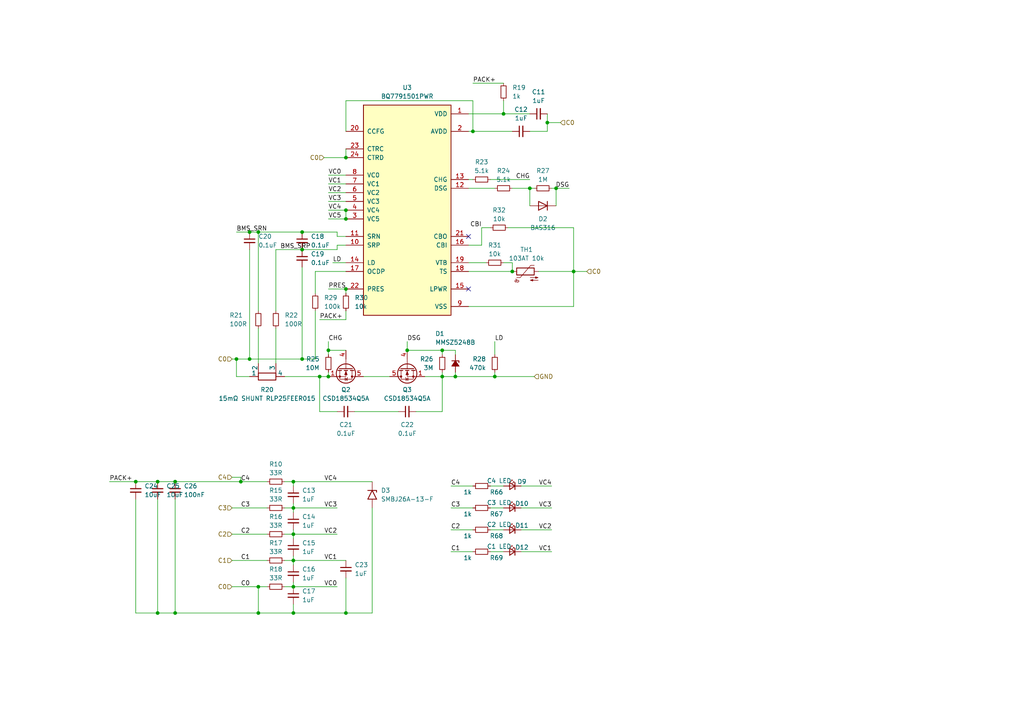
<source format=kicad_sch>
(kicad_sch (version 20250114) (generator "eeschema") (generator_version "9.0")
  (paper "A4")
  (lib_symbols
    (symbol "BQ77915:BQ7791501PWR" (pin_names (offset 1.016))
      (property "Reference" "U" (at -12.7 31.48 0))
      (property "Value" "BQ7791501PWR" (at -12.7 -33.02 0))
      (symbol "BQ7791501PWR_0_0"
        (rectangle (start -12.7 -30.48) (end 12.7 30.48) (stroke (width 0.254)) (fill (type background)))
        (pin input line (at -17.78 22.86 0) (length 5.08) (name "CCFG") (number "20"))
        (pin input line (at -17.78 17.78 0) (length 5.08) (name "CTRC") (number "23"))
        (pin input line (at -17.78 15.24 0) (length 5.08) (name "CTRD") (number "24"))
        (pin input line (at -17.78 10.16 0) (length 5.08) (name "VC0") (number "8"))
        (pin input line (at -17.78 7.62 0) (length 5.08) (name "VC1") (number "7"))
        (pin input line (at -17.78 5.08 0) (length 5.08) (name "VC2") (number "6"))
        (pin input line (at -17.78 2.54 0) (length 5.08) (name "VC3") (number "5"))
        (pin input line (at -17.78 0 0) (length 5.08) (name "VC4") (number "4"))
        (pin input line (at -17.78 -2.54 0) (length 5.08) (name "VC5") (number "3"))
        (pin input line (at -17.78 -7.62 0) (length 5.08) (name "SRN") (number "11"))
        (pin input line (at -17.78 -10.16 0) (length 5.08) (name "SRP") (number "10"))
        (pin input line (at -17.78 -15.24 0) (length 5.08) (name "LD") (number "14"))
        (pin input line (at -17.78 -17.78 0) (length 5.08) (name "OCDP") (number "17"))
        (pin input line (at -17.78 -22.86 0) (length 5.08) (name "PRES") (number "22"))
        (pin power_in line (at 17.78 27.94 180) (length 5.08) (name "VDD") (number "1"))
        (pin output line (at 17.78 22.86 180) (length 5.08) (name "AVDD") (number "2"))
        (pin output line (at 17.78 8.89 180) (length 5.08) (name "CHG") (number "13"))
        (pin output line (at 17.78 6.35 180) (length 5.08) (name "DSG") (number "12"))
        (pin output line (at 17.78 -7.62 180) (length 5.08) (name "CBO") (number "21"))
        (pin input line (at 17.78 -10.16 180) (length 5.08) (name "CBI") (number "16"))
        (pin output line (at 17.78 -15.24 180) (length 5.08) (name "VTB") (number "19"))
        (pin input line (at 17.78 -17.78 180) (length 5.08) (name "TS") (number "18"))
        (pin output line (at 17.78 -22.86 180) (length 5.08) (name "LPWR") (number "15"))
        (pin power_in line (at 17.78 -27.94 180) (length 5.08) (name "VSS") (number "9"))
      )
    )
    (symbol "Device:C_Small" (pin_numbers (hide yes)) (pin_names (offset 0.254) (hide yes))
      (property "Reference" "C" (at 0.254 1.778 0))
      (property "Value" "C_Small" (at 0.254 -2.032 0))
      (symbol "C_Small_0_1"
        (polyline (pts (xy -1.524 0.508) (xy 1.524 0.508)) (stroke (width 0.3048)))
        (polyline (pts (xy -1.524 -0.508) (xy 1.524 -0.508)) (stroke (width 0.3302)))
      )
      (symbol "C_Small_1_1"
        (pin passive line (at 0 2.54 270) (length 2.032) (name "~") (number "1"))
        (pin passive line (at 0 -2.54 90) (length 2.032) (name "~") (number "2"))
      )
    )
    (symbol "Device:D_Zener_Small_Filled" (pin_numbers (hide yes)) (pin_names (offset 0.254) (hide yes))
      (property "Reference" "D" (at 0 2.286 0))
      (property "Value" "D_Zener_Small_Filled" (at 0 -2.286 0))
      (symbol "D_Zener_Small_Filled_0_1"
        (polyline (pts (xy -0.254 1.016) (xy -0.762 1.016) (xy -0.762 -1.016)) (stroke (width 0.254)))
        (polyline (pts (xy 0.762 1.016) (xy -0.762 0) (xy 0.762 -1.016) (xy 0.762 1.016)) (stroke (width 0.254)) (fill (type outline)))
        (polyline (pts (xy 0.762 0) (xy -0.762 0)))
      )
      (symbol "D_Zener_Small_Filled_1_1"
        (pin passive line (at -2.54 0 0) (length 1.778) (name "K") (number "1"))
        (pin passive line (at 2.54 0 180) (length 1.778) (name "A") (number "2"))
      )
    )
    (symbol "Device:LED_Small" (pin_numbers (hide yes)) (pin_names (offset 0.254) (hide yes))
      (property "Reference" "D" (at -1.27 3.175 0))
      (property "Value" "LED_Small" (at -4.445 -2.54 0))
      (symbol "LED_Small_0_1"
        (polyline (pts (xy -0.762 -1.016) (xy -0.762 1.016)) (stroke (width 0.254)))
        (polyline (pts (xy 0 0.762) (xy -0.508 1.27) (xy -0.254 1.27) (xy -0.508 1.27) (xy -0.508 1.016)))
        (polyline (pts (xy 0.508 1.27) (xy 0 1.778) (xy 0.254 1.778) (xy 0 1.778) (xy 0 1.524)))
        (polyline (pts (xy 0.762 -1.016) (xy -0.762 0) (xy 0.762 1.016) (xy 0.762 -1.016)) (stroke (width 0.254)))
        (polyline (pts (xy 1.016 0) (xy -0.762 0)))
      )
      (symbol "LED_Small_1_1"
        (pin passive line (at -2.54 0 0) (length 1.778) (name "K") (number "1"))
        (pin passive line (at 2.54 0 180) (length 1.778) (name "A") (number "2"))
      )
    )
    (symbol "Device:R_Shunt" (pin_numbers (hide yes)) (pin_names (offset 0))
      (property "Reference" "R" (at -4.445 0 90))
      (property "Value" "R_Shunt" (at -2.54 0 90))
      (symbol "R_Shunt_0_1"
        (rectangle (start -1.016 -2.54) (end 1.016 2.54) (stroke (width 0.254)))
        (polyline (pts (xy 0 -2.54) (xy 1.27 -2.54)))
        (polyline (pts (xy 1.27 2.54) (xy 0 2.54)))
      )
      (symbol "R_Shunt_1_1"
        (pin passive line (at 0 5.08 270) (length 2.54) (name "1") (number "1"))
        (pin passive line (at 0 -5.08 90) (length 2.54) (name "4") (number "4"))
        (pin passive line (at 3.81 2.54 180) (length 2.54) (name "2") (number "2"))
        (pin passive line (at 3.81 -2.54 180) (length 2.54) (name "3") (number "3"))
      )
    )
    (symbol "Device:R_Small" (pin_numbers (hide yes)) (pin_names (offset 0.254) (hide yes))
      (property "Reference" "R" (at 0.762 0.508 0))
      (property "Value" "R_Small" (at 0.762 -1.016 0))
      (symbol "R_Small_0_1"
        (rectangle (start -0.762 1.778) (end 0.762 -1.778) (stroke (width 0.2032)))
      )
      (symbol "R_Small_1_1"
        (pin passive line (at 0 2.54 270) (length 0.762) (name "~") (number "1"))
        (pin passive line (at 0 -2.54 90) (length 0.762) (name "~") (number "2"))
      )
    )
    (symbol "Device:Thermistor_NTC" (pin_numbers (hide yes)) (pin_names (offset 0))
      (property "Reference" "TH" (at -4.445 0 90))
      (property "Value" "Thermistor_NTC" (at 3.175 0 90))
      (symbol "Thermistor_NTC_0_1"
        (arc (start -3.175 2.413) (mid -3.0506 2.3165) (end -3.048 2.159))
        (arc (start -3.048 2.794) (mid -2.9736 2.9736) (end -2.794 3.048))
        (arc (start -2.794 3.048) (mid -2.6144 2.9736) (end -2.54 2.794))
        (arc (start -2.794 2.54) (mid -2.9736 2.6144) (end -3.048 2.794))
        (arc (start -2.794 1.905) (mid -2.9736 1.9794) (end -3.048 2.159))
        (arc (start -2.54 2.159) (mid -2.6144 1.9794) (end -2.794 1.905))
        (arc (start -2.159 2.794) (mid -2.434 2.5608) (end -2.794 2.54))
        (polyline (pts (xy -2.54 2.159) (xy -2.54 2.794)))
        (polyline (pts (xy -2.54 -3.683) (xy -2.54 -1.397) (xy -2.794 -2.159) (xy -2.286 -2.159) (xy -2.54 -1.397) (xy -2.54 -1.651)) (fill (type outline)))
        (polyline (pts (xy -1.778 2.54) (xy -1.778 1.524) (xy 1.778 -1.524) (xy 1.778 -2.54)))
        (polyline (pts (xy -1.778 -1.397) (xy -1.778 -3.683) (xy -2.032 -2.921) (xy -1.524 -2.921) (xy -1.778 -3.683) (xy -1.778 -3.429)) (fill (type outline)))
        (rectangle (start -1.016 2.54) (end 1.016 -2.54) (stroke (width 0.254)))
      )
      (symbol "Thermistor_NTC_1_1"
        (pin passive line (at 0 3.81 270) (length 1.27) (name "~") (number "1"))
        (pin passive line (at 0 -3.81 90) (length 1.27) (name "~") (number "2"))
      )
    )
    (symbol "Diode:BAS316" (pin_numbers (hide yes)) (pin_names (hide yes))
      (property "Reference" "D" (at 0 2.54 0))
      (property "Value" "BAS316" (at 0 -2.54 0))
      (symbol "BAS316_0_1"
        (polyline (pts (xy -1.27 1.27) (xy -1.27 -1.27)) (stroke (width 0.254)))
        (polyline (pts (xy 1.27 1.27) (xy 1.27 -1.27) (xy -1.27 0) (xy 1.27 1.27)) (stroke (width 0.254)))
        (polyline (pts (xy 1.27 0) (xy -1.27 0)))
      )
      (symbol "BAS316_1_1"
        (pin passive line (at -3.81 0 0) (length 2.54) (name "K") (number "1"))
        (pin passive line (at 3.81 0 180) (length 2.54) (name "A") (number "2"))
      )
    )
    (symbol "Diode:SMAJ26A" (pin_numbers (hide yes)) (pin_names (offset 1.016) (hide yes))
      (property "Reference" "D" (at 0 2.54 0))
      (property "Value" "SMAJ26A" (at 0 -2.54 0))
      (symbol "SMAJ26A_0_1"
        (polyline (pts (xy -0.762 1.27) (xy -1.27 1.27) (xy -1.27 -1.27)) (stroke (width 0.254)))
        (polyline (pts (xy 1.27 1.27) (xy 1.27 -1.27) (xy -1.27 0) (xy 1.27 1.27)) (stroke (width 0.254)))
      )
      (symbol "SMAJ26A_1_1"
        (pin passive line (at -3.81 0 0) (length 2.54) (name "A1") (number "1"))
        (pin passive line (at 3.81 0 180) (length 2.54) (name "A2") (number "2"))
      )
    )
    (symbol "Transistor_FET:CSD18534Q5A" (pin_names (hide yes))
      (property "Reference" "Q" (at 5.08 1.905 0))
      (property "Value" "CSD18534Q5A" (at 5.08 0 0))
      (symbol "CSD18534Q5A_0_1"
        (polyline (pts (xy 0.254 1.905) (xy 0.254 -1.905)) (stroke (width 0.254)))
        (polyline (pts (xy 0.254 0) (xy -2.54 0)))
        (polyline (pts (xy 0.762 2.286) (xy 0.762 1.27)) (stroke (width 0.254)))
        (polyline (pts (xy 0.762 0.508) (xy 0.762 -0.508)) (stroke (width 0.254)))
        (polyline (pts (xy 0.762 -1.27) (xy 0.762 -2.286)) (stroke (width 0.254)))
        (polyline (pts (xy 0.762 -1.778) (xy 3.302 -1.778) (xy 3.302 1.778) (xy 0.762 1.778)))
        (polyline (pts (xy 1.016 0) (xy 2.032 0.381) (xy 2.032 -0.381) (xy 1.016 0)) (fill (type outline)))
        (circle (center 1.651 0) (radius 2.794) (stroke (width 0.254)))
        (polyline (pts (xy 2.54 2.54) (xy 2.54 1.778)))
        (circle (center 2.54 1.778) (radius 0.254) (fill (type outline)))
        (circle (center 2.54 -1.778) (radius 0.254) (fill (type outline)))
        (polyline (pts (xy 2.54 -2.54) (xy 2.54 0) (xy 0.762 0)))
        (polyline (pts (xy 2.794 0.508) (xy 2.921 0.381) (xy 3.683 0.381) (xy 3.81 0.254)))
        (polyline (pts (xy 3.302 0.381) (xy 2.921 -0.254) (xy 3.683 -0.254) (xy 3.302 0.381)))
      )
      (symbol "CSD18534Q5A_1_1"
        (pin passive line (at -5.08 0 0) (length 2.54) (name "G") (number "4"))
        (pin passive line (at 2.54 5.08 270) (length 2.54) (name "D") (number "5"))
        (pin passive line (at 2.54 -5.08 90) (length 2.54) (name "S") (number "1"))
        (pin passive line (at 2.54 -5.08 90) (length 2.54) (hide yes) (name "S") (number "2"))
        (pin passive line (at 2.54 -5.08 90) (length 2.54) (hide yes) (name "S") (number "3"))
      )
    )
  )
  (junction (at 161.29 54.61))
  (junction (at 100.33 177.8))
  (junction (at 95.25 109.22))
  (junction (at 100.33 45.72))
  (junction (at 74.93 67.31))
  (junction (at 153.67 54.61))
  (junction (at 50.8 139.7))
  (junction (at 45.72 139.7))
  (junction (at 85.09 147.32))
  (junction (at 72.39 67.31))
  (junction (at 148.59 78.74))
  (junction (at 72.39 104.14))
  (junction (at 158.75 35.56))
  (junction (at 137.16 38.1))
  (junction (at 68.58 104.14))
  (junction (at 132.08 109.22))
  (junction (at 128.27 101.6))
  (junction (at 118.11 101.6))
  (junction (at 143.51 109.22))
  (junction (at 146.05 33.02))
  (junction (at 39.37 139.7))
  (junction (at 74.93 170.18))
  (junction (at 128.27 109.22))
  (junction (at 100.33 60.96))
  (junction (at 166.37 78.74))
  (junction (at 85.09 154.94))
  (junction (at 87.63 72.39))
  (junction (at 50.8 177.8))
  (junction (at 100.33 63.5))
  (junction (at 92.71 109.22))
  (junction (at 87.63 104.14))
  (junction (at 87.63 67.31))
  (junction (at 85.09 177.8))
  (junction (at 69.85 139.7))
  (junction (at 45.72 177.8))
  (junction (at 85.09 139.7))
  (junction (at 100.33 83.82))
  (junction (at 85.09 170.18))
  (junction (at 85.09 162.56))
  (junction (at 95.25 101.6))
  (junction (at 74.93 177.8))
  (no_connect (at 135.89 68.58))
  (no_connect (at 135.89 83.82))
  (wire (pts (xy 95.25 60.96) (xy 100.33 60.96)))
  (wire (pts (xy 148.59 54.61) (xy 153.67 54.61)))
  (wire (pts (xy 80.01 95.25) (xy 80.01 105.41)))
  (wire (pts (xy 153.67 38.1) (xy 158.75 38.1)))
  (wire (pts (xy 67.31 138.43) (xy 69.85 138.43)))
  (wire (pts (xy 85.09 146.05) (xy 85.09 147.32)))
  (wire (pts (xy 146.05 147.32) (xy 142.24 147.32)))
  (wire (pts (xy 67.31 147.32) (xy 77.47 147.32)))
  (wire (pts (xy 100.33 29.21) (xy 137.16 29.21)))
  (wire (pts (xy 95.25 107.95) (xy 95.25 109.22)))
  (wire (pts (xy 132.08 101.6) (xy 132.08 102.87)))
  (wire (pts (xy 137.16 140.97) (xy 130.81 140.97)))
  (wire (pts (xy 100.33 29.21) (xy 100.33 38.1)))
  (wire (pts (xy 67.31 162.56) (xy 77.47 162.56)))
  (wire (pts (xy 166.37 88.9) (xy 166.37 78.74)))
  (wire (pts (xy 85.09 170.18) (xy 82.55 170.18)))
  (wire (pts (xy 82.55 139.7) (xy 85.09 139.7)))
  (wire (pts (xy 68.58 104.14) (xy 68.58 109.22)))
  (wire (pts (xy 118.11 99.06) (xy 118.11 101.6)))
  (wire (pts (xy 85.09 139.7) (xy 85.09 140.97)))
  (wire (pts (xy 39.37 177.8) (xy 45.72 177.8)))
  (wire (pts (xy 147.32 66.04) (xy 166.37 66.04)))
  (wire (pts (xy 67.31 154.94) (xy 77.47 154.94)))
  (wire (pts (xy 85.09 153.67) (xy 85.09 154.94)))
  (wire (pts (xy 95.25 101.6) (xy 95.25 102.87)))
  (wire (pts (xy 68.58 104.14) (xy 72.39 104.14)))
  (wire (pts (xy 72.39 104.14) (xy 87.63 104.14)))
  (wire (pts (xy 118.11 101.6) (xy 128.27 101.6)))
  (wire (pts (xy 146.05 33.02) (xy 153.67 33.02)))
  (wire (pts (xy 95.25 101.6) (xy 100.33 101.6)))
  (wire (pts (xy 80.01 72.39) (xy 87.63 72.39)))
  (wire (pts (xy 160.02 153.67) (xy 151.13 153.67)))
  (wire (pts (xy 166.37 78.74) (xy 170.18 78.74)))
  (wire (pts (xy 137.16 29.21) (xy 137.16 38.1)))
  (wire (pts (xy 105.41 109.22) (xy 113.03 109.22)))
  (wire (pts (xy 31.75 139.7) (xy 39.37 139.7)))
  (wire (pts (xy 72.39 67.31) (xy 74.93 67.31)))
  (wire (pts (xy 132.08 109.22) (xy 143.51 109.22)))
  (wire (pts (xy 92.71 92.71) (xy 100.33 92.71)))
  (wire (pts (xy 85.09 162.56) (xy 85.09 163.83)))
  (wire (pts (xy 128.27 109.22) (xy 132.08 109.22)))
  (wire (pts (xy 161.29 54.61) (xy 165.1 54.61)))
  (wire (pts (xy 87.63 72.39) (xy 97.79 72.39)))
  (wire (pts (xy 137.16 160.02) (xy 130.81 160.02)))
  (wire (pts (xy 146.05 140.97) (xy 142.24 140.97)))
  (wire (pts (xy 85.09 177.8) (xy 100.33 177.8)))
  (wire (pts (xy 82.55 109.22) (xy 92.71 109.22)))
  (wire (pts (xy 69.85 138.43) (xy 69.85 139.7)))
  (wire (pts (xy 137.16 24.13) (xy 146.05 24.13)))
  (wire (pts (xy 85.09 154.94) (xy 97.79 154.94)))
  (wire (pts (xy 100.33 83.82) (xy 100.33 85.09)))
  (wire (pts (xy 95.25 50.8) (xy 100.33 50.8)))
  (wire (pts (xy 128.27 109.22) (xy 128.27 119.38)))
  (wire (pts (xy 87.63 77.47) (xy 87.63 104.14)))
  (wire (pts (xy 95.25 83.82) (xy 100.33 83.82)))
  (wire (pts (xy 85.09 154.94) (xy 82.55 154.94)))
  (wire (pts (xy 137.16 52.07) (xy 135.89 52.07)))
  (wire (pts (xy 135.89 38.1) (xy 137.16 38.1)))
  (wire (pts (xy 123.19 109.22) (xy 128.27 109.22)))
  (wire (pts (xy 95.25 63.5) (xy 100.33 63.5)))
  (wire (pts (xy 91.44 90.17) (xy 91.44 104.14)))
  (wire (pts (xy 135.89 88.9) (xy 166.37 88.9)))
  (wire (pts (xy 69.85 139.7) (xy 77.47 139.7)))
  (wire (pts (xy 45.72 139.7) (xy 39.37 139.7)))
  (wire (pts (xy 137.16 38.1) (xy 148.59 38.1)))
  (wire (pts (xy 68.58 67.31) (xy 72.39 67.31)))
  (wire (pts (xy 143.51 102.87) (xy 143.51 99.06)))
  (wire (pts (xy 160.02 147.32) (xy 151.13 147.32)))
  (wire (pts (xy 96.52 76.2) (xy 100.33 76.2)))
  (wire (pts (xy 146.05 160.02) (xy 142.24 160.02)))
  (wire (pts (xy 74.93 67.31) (xy 87.63 67.31)))
  (wire (pts (xy 85.09 170.18) (xy 97.79 170.18)))
  (wire (pts (xy 166.37 66.04) (xy 166.37 78.74)))
  (wire (pts (xy 160.02 160.02) (xy 151.13 160.02)))
  (wire (pts (xy 128.27 102.87) (xy 128.27 101.6)))
  (wire (pts (xy 97.79 71.12) (xy 100.33 71.12)))
  (wire (pts (xy 87.63 67.31) (xy 97.79 67.31)))
  (wire (pts (xy 137.16 147.32) (xy 130.81 147.32)))
  (wire (pts (xy 85.09 177.8) (xy 85.09 175.26)))
  (wire (pts (xy 158.75 35.56) (xy 162.56 35.56)))
  (wire (pts (xy 74.93 170.18) (xy 77.47 170.18)))
  (wire (pts (xy 102.87 119.38) (xy 115.57 119.38)))
  (wire (pts (xy 143.51 107.95) (xy 143.51 109.22)))
  (wire (pts (xy 74.93 170.18) (xy 74.93 177.8)))
  (wire (pts (xy 135.89 78.74) (xy 148.59 78.74)))
  (wire (pts (xy 142.24 52.07) (xy 153.67 52.07)))
  (wire (pts (xy 72.39 72.39) (xy 72.39 104.14)))
  (wire (pts (xy 161.29 54.61) (xy 161.29 59.69)))
  (wire (pts (xy 91.44 78.74) (xy 91.44 85.09)))
  (wire (pts (xy 156.21 78.74) (xy 166.37 78.74)))
  (wire (pts (xy 85.09 147.32) (xy 85.09 148.59)))
  (wire (pts (xy 148.59 76.2) (xy 146.05 76.2)))
  (wire (pts (xy 100.33 92.71) (xy 100.33 90.17)))
  (wire (pts (xy 93.98 45.72) (xy 100.33 45.72)))
  (wire (pts (xy 85.09 168.91) (xy 85.09 170.18)))
  (wire (pts (xy 45.72 177.8) (xy 50.8 177.8)))
  (wire (pts (xy 158.75 33.02) (xy 158.75 35.56)))
  (wire (pts (xy 132.08 107.95) (xy 132.08 109.22)))
  (wire (pts (xy 139.7 66.04) (xy 139.7 71.12)))
  (wire (pts (xy 85.09 147.32) (xy 97.79 147.32)))
  (wire (pts (xy 140.97 76.2) (xy 135.89 76.2)))
  (wire (pts (xy 92.71 109.22) (xy 95.25 109.22)))
  (wire (pts (xy 95.25 53.34) (xy 100.33 53.34)))
  (wire (pts (xy 135.89 54.61) (xy 143.51 54.61)))
  (wire (pts (xy 85.09 154.94) (xy 85.09 156.21)))
  (wire (pts (xy 148.59 76.2) (xy 148.59 78.74)))
  (wire (pts (xy 82.55 162.56) (xy 85.09 162.56)))
  (wire (pts (xy 160.02 140.97) (xy 151.13 140.97)))
  (wire (pts (xy 146.05 29.21) (xy 146.05 33.02)))
  (wire (pts (xy 120.65 119.38) (xy 128.27 119.38)))
  (wire (pts (xy 146.05 33.02) (xy 135.89 33.02)))
  (wire (pts (xy 128.27 107.95) (xy 128.27 109.22)))
  (wire (pts (xy 50.8 139.7) (xy 69.85 139.7)))
  (wire (pts (xy 50.8 139.7) (xy 45.72 139.7)))
  (wire (pts (xy 95.25 99.06) (xy 95.25 101.6)))
  (wire (pts (xy 97.79 68.58) (xy 100.33 68.58)))
  (wire (pts (xy 85.09 147.32) (xy 82.55 147.32)))
  (wire (pts (xy 68.58 109.22) (xy 72.39 109.22)))
  (wire (pts (xy 153.67 54.61) (xy 153.67 59.69)))
  (wire (pts (xy 139.7 66.04) (xy 142.24 66.04)))
  (wire (pts (xy 45.72 144.78) (xy 45.72 177.8)))
  (wire (pts (xy 160.02 54.61) (xy 161.29 54.61)))
  (wire (pts (xy 153.67 54.61) (xy 154.94 54.61)))
  (wire (pts (xy 85.09 162.56) (xy 100.33 162.56)))
  (wire (pts (xy 67.31 104.14) (xy 68.58 104.14)))
  (wire (pts (xy 146.05 153.67) (xy 142.24 153.67)))
  (wire (pts (xy 80.01 72.39) (xy 80.01 90.17)))
  (wire (pts (xy 91.44 78.74) (xy 100.33 78.74)))
  (wire (pts (xy 107.95 177.8) (xy 100.33 177.8)))
  (wire (pts (xy 74.93 67.31) (xy 74.93 90.17)))
  (wire (pts (xy 97.79 72.39) (xy 97.79 71.12)))
  (wire (pts (xy 100.33 60.96) (xy 100.33 63.5)))
  (wire (pts (xy 128.27 101.6) (xy 132.08 101.6)))
  (wire (pts (xy 50.8 177.8) (xy 50.8 144.78)))
  (wire (pts (xy 135.89 71.12) (xy 139.7 71.12)))
  (wire (pts (xy 143.51 109.22) (xy 154.94 109.22)))
  (wire (pts (xy 39.37 177.8) (xy 39.37 144.78)))
  (wire (pts (xy 85.09 139.7) (xy 107.95 139.7)))
  (wire (pts (xy 74.93 95.25) (xy 74.93 105.41)))
  (wire (pts (xy 92.71 109.22) (xy 92.71 119.38)))
  (wire (pts (xy 67.31 170.18) (xy 74.93 170.18)))
  (wire (pts (xy 100.33 45.72) (xy 100.33 43.18)))
  (wire (pts (xy 95.25 58.42) (xy 100.33 58.42)))
  (wire (pts (xy 50.8 177.8) (xy 74.93 177.8)))
  (wire (pts (xy 85.09 161.29) (xy 85.09 162.56)))
  (wire (pts (xy 97.79 67.31) (xy 97.79 68.58)))
  (wire (pts (xy 107.95 147.32) (xy 107.95 177.8)))
  (wire (pts (xy 100.33 167.64) (xy 100.33 177.8)))
  (wire (pts (xy 158.75 35.56) (xy 158.75 38.1)))
  (wire (pts (xy 92.71 119.38) (xy 97.79 119.38)))
  (wire (pts (xy 95.25 55.88) (xy 100.33 55.88)))
  (wire (pts (xy 87.63 104.14) (xy 91.44 104.14)))
  (wire (pts (xy 137.16 153.67) (xy 130.81 153.67)))
  (wire (pts (xy 74.93 177.8) (xy 85.09 177.8)))
  (label "CBI" (at 139.7 66.04 180))
  (label "BMS_SRN" (at 68.58 67.31 0))
  (label "DSG" (at 165.1 54.61 180))
  (label "C2" (at 69.85 154.94 0))
  (label "C0" (at 69.85 170.18 0))
  (label "VC4" (at 97.79 139.7 180))
  (label "PACK+" (at 137.16 24.13 0))
  (label "VC4" (at 95.25 60.96 0))
  (label "VC2" (at 97.79 154.94 180))
  (label "DSG" (at 118.11 99.06 0))
  (label "VC2" (at 160.02 153.67 180))
  (label "C3" (at 69.85 147.32 0))
  (label "C2" (at 130.81 153.67 0))
  (label "VC5" (at 95.25 63.5 0))
  (label "VC1" (at 97.79 162.56 180))
  (label "VC2" (at 95.25 55.88 0))
  (label "CHG" (at 95.25 99.06 0))
  (label "C4" (at 130.81 140.97 0))
  (label "VC1" (at 95.25 53.34 0))
  (label "VC3" (at 97.79 147.32 180))
  (label "VC0" (at 97.79 170.18 180))
  (label "VC4" (at 160.02 140.97 180))
  (label "VC1" (at 160.02 160.02 180))
  (label "PRES" (at 95.25 83.82 0))
  (label "PACK+" (at 31.75 139.7 0))
  (label "PACK+" (at 92.71 92.71 0))
  (label "C4" (at 69.85 139.7 0))
  (label "VC3" (at 95.25 58.42 0))
  (label "BMS_SRP" (at 81.28 72.39 0))
  (label "CHG" (at 153.67 52.07 180))
  (label "LD" (at 143.51 99.06 0))
  (label "C3" (at 130.81 147.32 0))
  (label "LD" (at 96.52 76.2 0))
  (label "C1" (at 69.85 162.56 0))
  (label "C1" (at 130.81 160.02 0))
  (label "VC0" (at 95.25 50.8 0))
  (label "VC3" (at 160.02 147.32 180))
  (hierarchical_label "C1" (shape input) (at 67.31 162.56 180))
  (hierarchical_label "C3" (shape input) (at 67.31 147.32 180))
  (hierarchical_label "C0" (shape input) (at 67.31 170.18 180))
  (hierarchical_label "C0" (shape input) (at 67.31 104.14 180))
  (hierarchical_label "C0" (shape input) (at 170.18 78.74 0))
  (hierarchical_label "C2" (shape input) (at 67.31 154.94 180))
  (hierarchical_label "C4" (shape input) (at 67.31 138.43 180))
  (hierarchical_label "GND" (shape input) (at 154.94 109.22 0))
  (hierarchical_label "C0" (shape input) (at 93.98 45.72 180))
  (hierarchical_label "C0" (shape input) (at 162.56 35.56 0))
  (symbol (lib_id "Device:R_Small") (at 80.01 92.71 180) (unit 1)
    (property "Reference" "R22" (at 82.55 91.4399 0) (effects (justify right)))
    (property "Value" "100R" (at 82.55 93.9799 0) (effects (justify right)))
    (property "Footprint" "Resistor_SMD:R_0603_1608Metric" (effects (hide yes)))
    (property "Description" "Resistor, small symbol" (effects (hide yes)))
    (property "LCSC" "C22775" (effects (hide yes)))
  )
  (symbol (lib_id "Device:R_Small") (at 80.01 162.56 90) (unit 1)
    (property "Reference" "R17" (at 80.01 157.48 90))
    (property "Value" "33R" (at 80.01 160.02 90))
    (property "Footprint" "Resistor_SMD:R_0603_1608Metric" (effects (hide yes)))
    (property "Description" "Resistor, small symbol" (effects (hide yes)))
    (property "LCSC" "C23140" (effects (hide yes)))
  )
  (symbol (lib_id "Transistor_FET:CSD18534Q5A") (at 100.33 106.68 270) (unit 1)
    (property "Reference" "Q2" (at 100.33 113.03 90))
    (property "Value" "CSD18534Q5A" (at 100.33 115.57 90))
    (property "Footprint" "Package_TO_SOT_SMD:TDSON-8-1" (effects (hide yes)))
    (property "Datasheet" "http://www.ti.com/lit/gpn/csd18534q5a" (effects (hide yes)))
    (property "Description" "50A Id, 60V Vds, NexFET N-Channel Power MOSFET, 9.8mOhm Ron, 17nC Qg(typ), SON8 5x6mm" (effects (hide yes)))
    (property "LCSC" "C115943" (effects (hide yes)))
  )
  (symbol (lib_id "Device:C_Small") (at 85.09 158.75 0) (unit 1)
    (property "Reference" "C15" (at 87.63 157.4862 0) (effects (justify left)))
    (property "Value" "1uF" (at 87.63 160.0262 0) (effects (justify left)))
    (property "Footprint" "Capacitor_SMD:C_0603_1608Metric" (effects (hide yes)))
    (property "Description" "Unpolarized capacitor, small symbol" (effects (hide yes)))
    (property "LCSC" "C15849" (effects (hide yes)))
  )
  (symbol (lib_id "Device:R_Small") (at 91.44 87.63 0) (unit 1)
    (property "Reference" "R29" (at 93.98 86.3599 0) (effects (justify left)))
    (property "Value" "100k" (at 93.98 88.8999 0) (effects (justify left)))
    (property "Footprint" "Resistor_SMD:R_0603_1608Metric" (effects (hide yes)))
    (property "Description" "Resistor, small symbol" (effects (hide yes)))
    (property "LCSC" "C25803" (effects (hide yes)))
  )
  (symbol (lib_id "BQ77915:BQ7791501PWR") (at 118.11 60.96 0) (unit 1)
    (property "Reference" "U3" (at 118.11 25.4 0))
    (property "Value" "BQ7791501PWR" (at 118.11 27.94 0))
    (property "Footprint" "Package_SO:TSSOP-24_4.4x7.8mm_P0.65mm" (effects (hide yes)))
    (property "MF" "Texas Instruments" (effects (hide yes)))
    (property "MAXIMUM_PACKAGE_HEIGHT" "1.2 mm" (effects (hide yes)))
    (property "Package" "TSSOP-24 Texas Instruments" (effects (hide yes)))
    (property "Price" "None" (effects (hide yes)))
    (property "Check_prices" "https://www.snapeda.com/parts/BQ7791501PWR/Texas+Instruments/view-part/?ref=eda" (effects (hide yes)))
    (property "STANDARD" "IPC 7351B" (effects (hide yes)))
    (property "PARTREV" "H" (effects (hide yes)))
    (property "SnapEDA_Link" "https://www.snapeda.com/parts/BQ7791501PWR/Texas+Instruments/view-part/?ref=snap" (effects (hide yes)))
    (property "MP" "BQ7791501PWR" (effects (hide yes)))
    (property "Description_1" "\n3-series to 5-series stackable ultra-low-power primary protector with autonomous cell balancing\n" (effects (hide yes)))
    (property "Availability" "In Stock" (effects (hide yes)))
    (property "MANUFACTURER" "Texas Instruments" (effects (hide yes)))
    (property "LCSC" "C2876946" (effects (hide yes)))
  )
  (symbol (lib_id "Device:C_Small") (at 85.09 151.13 0) (unit 1)
    (property "Reference" "C14" (at 87.63 149.8662 0) (effects (justify left)))
    (property "Value" "1uF" (at 87.63 152.4062 0) (effects (justify left)))
    (property "Footprint" "Capacitor_SMD:C_0603_1608Metric" (effects (hide yes)))
    (property "Description" "Unpolarized capacitor, small symbol" (effects (hide yes)))
    (property "LCSC" "C15849" (effects (hide yes)))
  )
  (symbol (lib_id "Device:R_Small") (at 139.7 140.97 90) (mirror x) (unit 1)
    (property "Reference" "R66" (at 144.018 142.748 90))
    (property "Value" "1k" (at 135.636 142.748 90))
    (property "Footprint" "Resistor_SMD:R_0603_1608Metric" (effects (hide yes)))
    (property "Description" "Resistor, small symbol" (effects (hide yes)))
    (property "LCSC" "C21190" (effects (hide yes)))
  )
  (symbol (lib_id "Device:C_Small") (at 85.09 166.37 0) (unit 1)
    (property "Reference" "C16" (at 87.63 165.1062 0) (effects (justify left)))
    (property "Value" "1uF" (at 87.63 167.6462 0) (effects (justify left)))
    (property "Footprint" "Capacitor_SMD:C_0603_1608Metric" (effects (hide yes)))
    (property "Description" "Unpolarized capacitor, small symbol" (effects (hide yes)))
    (property "LCSC" "C15849" (effects (hide yes)))
  )
  (symbol (lib_id "Device:C_Small") (at 85.09 172.72 0) (unit 1)
    (property "Reference" "C17" (at 87.63 171.4562 0) (effects (justify left)))
    (property "Value" "1uF" (at 87.63 173.9962 0) (effects (justify left)))
    (property "Footprint" "Capacitor_SMD:C_0603_1608Metric" (effects (hide yes)))
    (property "Description" "Unpolarized capacitor, small symbol" (effects (hide yes)))
    (property "LCSC" "C15849" (effects (hide yes)))
  )
  (symbol (lib_id "Device:R_Small") (at 80.01 154.94 90) (unit 1)
    (property "Reference" "R16" (at 80.01 149.86 90))
    (property "Value" "33R" (at 80.01 152.4 90))
    (property "Footprint" "Resistor_SMD:R_0603_1608Metric" (effects (hide yes)))
    (property "Description" "Resistor, small symbol" (effects (hide yes)))
    (property "LCSC" "C23140" (effects (hide yes)))
  )
  (symbol (lib_id "Device:R_Small") (at 95.25 105.41 180) (unit 1)
    (property "Reference" "R25" (at 92.71 104.1399 0) (effects (justify left)))
    (property "Value" "10M" (at 92.71 106.6799 0) (effects (justify left)))
    (property "Footprint" "Resistor_SMD:R_0603_1608Metric" (effects (hide yes)))
    (property "Description" "Resistor, small symbol" (effects (hide yes)))
    (property "LCSC" "C7250" (effects (hide yes)))
  )
  (symbol (lib_id "Device:C_Small") (at 87.63 69.85 0) (unit 1)
    (property "Reference" "C18" (at 90.17 68.5862 0) (effects (justify left)))
    (property "Value" "0.1uF" (at 90.17 71.1262 0) (effects (justify left)))
    (property "Footprint" "Capacitor_SMD:C_0603_1608Metric" (effects (hide yes)))
    (property "Description" "Unpolarized capacitor, small symbol" (effects (hide yes)))
    (property "LCSC" "C14663" (effects (hide yes)))
  )
  (symbol (lib_id "Device:LED_Small") (at 148.59 153.67 0) (mirror y) (unit 1)
    (property "Reference" "D11" (at 151.384 152.4 0))
    (property "Value" "C2 LED" (at 144.78 152.146 0))
    (property "Footprint" "LED_SMD:LED_0603_1608Metric" (effects (hide yes)))
    (property "Description" "Light emitting diode, small symbol" (effects (hide yes)))
    (property "LCSC" "C2286" (effects (hide yes)))
  )
  (symbol (lib_id "Device:R_Small") (at 157.48 54.61 90) (unit 1)
    (property "Reference" "R27" (at 157.48 49.53 90))
    (property "Value" "1M" (at 157.48 52.07 90))
    (property "Footprint" "Resistor_SMD:R_0603_1608Metric" (effects (hide yes)))
    (property "Description" "Resistor, small symbol" (effects (hide yes)))
    (property "LCSC" "C22935" (effects (hide yes)))
  )
  (symbol (lib_id "Device:C_Small") (at 39.37 142.24 0) (unit 1)
    (property "Reference" "C24" (at 41.91 140.9762 0) (effects (justify left)))
    (property "Value" "10uF" (at 41.91 143.5162 0) (effects (justify left)))
    (property "Footprint" "Capacitor_SMD:C_0603_1608Metric" (effects (hide yes)))
    (property "Description" "Unpolarized capacitor, small symbol" (effects (hide yes)))
    (property "LCSC" "C96446" (effects (hide yes)))
  )
  (symbol (lib_id "Device:C_Small") (at 45.72 142.24 0) (unit 1)
    (property "Reference" "C25" (at 48.26 140.9762 0) (effects (justify left)))
    (property "Value" "10uF" (at 48.26 143.5162 0) (effects (justify left)))
    (property "Footprint" "Capacitor_SMD:C_0603_1608Metric" (effects (hide yes)))
    (property "Description" "Unpolarized capacitor, small symbol" (effects (hide yes)))
    (property "LCSC" "C96446" (effects (hide yes)))
  )
  (symbol (lib_id "Device:C_Small") (at 156.21 33.02 90) (unit 1)
    (property "Reference" "C11" (at 156.2163 26.67 90))
    (property "Value" "1uF" (at 156.2163 29.21 90))
    (property "Footprint" "Capacitor_SMD:C_0603_1608Metric" (effects (hide yes)))
    (property "Description" "Unpolarized capacitor, small symbol" (effects (hide yes)))
    (property "LCSC" "C15849" (effects (hide yes)))
  )
  (symbol (lib_id "Diode:BAS316") (at 157.48 59.69 180) (unit 1)
    (property "Reference" "D2" (at 157.48 63.5 0))
    (property "Value" "BAS316" (at 157.48 66.04 0))
    (property "Footprint" "Diode_SMD:D_SOD-323" (effects (hide yes)))
    (property "Datasheet" "https://assets.nexperia.com/documents/data-sheet/BAS16_SER.pdf" (effects (hide yes)))
    (property "Description" "100V, 0.25A, High-speed Switching Diode, SOD-323" (effects (hide yes)))
    (property "Sim.Device" "D" (effects (hide yes)))
    (property "Sim.Pins" "1=K 2=A" (effects (hide yes)))
    (property "LCSC" "C109218" (effects (hide yes)))
  )
  (symbol (lib_id "Device:R_Small") (at 139.7 153.67 90) (mirror x) (unit 1)
    (property "Reference" "R68" (at 144.018 155.448 90))
    (property "Value" "1k" (at 135.636 155.448 90))
    (property "Footprint" "Resistor_SMD:R_0603_1608Metric" (effects (hide yes)))
    (property "Description" "Resistor, small symbol" (effects (hide yes)))
    (property "LCSC" "C21190" (effects (hide yes)))
  )
  (symbol (lib_id "Device:R_Small") (at 143.51 105.41 0) (mirror x) (unit 1)
    (property "Reference" "R28" (at 140.97 104.1399 0) (effects (justify right)))
    (property "Value" "470k" (at 140.97 106.6799 0) (effects (justify right)))
    (property "Footprint" "Resistor_SMD:R_0603_1608Metric" (effects (hide yes)))
    (property "Description" "Resistor, small symbol" (effects (hide yes)))
    (property "LCSC" "C23178" (effects (hide yes)))
  )
  (symbol (lib_id "Device:Thermistor_NTC") (at 152.4 78.74 90) (unit 1)
    (property "Reference" "TH1" (at 152.7175 72.39 90))
    (property "Value" "103AT 10k" (at 152.7175 74.93 90))
    (property "Footprint" "Connector_PinHeader_2.54mm:PinHeader_1x02_P2.54mm_Vertical" (effects (hide yes)))
    (property "Description" "Temperature dependent resistor, negative temperature coefficient" (effects (hide yes)))
  )
  (symbol (lib_id "Device:R_Small") (at 144.78 66.04 90) (unit 1)
    (property "Reference" "R32" (at 144.78 60.96 90))
    (property "Value" "10k" (at 144.78 63.5 90))
    (property "Footprint" "Resistor_SMD:R_0603_1608Metric" (effects (hide yes)))
    (property "Description" "Resistor, small symbol" (effects (hide yes)))
    (property "LCSC" "C25804" (effects (hide yes)))
  )
  (symbol (lib_id "Device:R_Small") (at 128.27 105.41 0) (mirror x) (unit 1)
    (property "Reference" "R26" (at 125.73 104.1399 0) (effects (justify right)))
    (property "Value" "3M" (at 125.73 106.6799 0) (effects (justify right)))
    (property "Footprint" "Resistor_SMD:R_0603_1608Metric" (effects (hide yes)))
    (property "Description" "Resistor, small symbol" (effects (hide yes)))
    (property "LCSC" "C23156" (effects (hide yes)))
  )
  (symbol (lib_id "Device:LED_Small") (at 148.59 160.02 0) (mirror y) (unit 1)
    (property "Reference" "D12" (at 151.384 158.75 0))
    (property "Value" "C1 LED" (at 144.78 158.496 0))
    (property "Footprint" "LED_SMD:LED_0603_1608Metric" (effects (hide yes)))
    (property "Description" "Light emitting diode, small symbol" (effects (hide yes)))
    (property "LCSC" "C2286" (effects (hide yes)))
  )
  (symbol (lib_id "Device:R_Small") (at 146.05 54.61 90) (unit 1)
    (property "Reference" "R24" (at 146.05 49.53 90))
    (property "Value" "5.1k" (at 146.05 52.07 90))
    (property "Footprint" "Resistor_SMD:R_0603_1608Metric" (effects (hide yes)))
    (property "Description" "Resistor, small symbol" (effects (hide yes)))
    (property "LCSC" "C23186" (effects (hide yes)))
  )
  (symbol (lib_id "Device:C_Small") (at 151.13 38.1 90) (unit 1)
    (property "Reference" "C12" (at 151.1363 31.75 90))
    (property "Value" "1uF" (at 151.1363 34.29 90))
    (property "Footprint" "Capacitor_SMD:C_0603_1608Metric" (effects (hide yes)))
    (property "Description" "Unpolarized capacitor, small symbol" (effects (hide yes)))
    (property "LCSC" "C15849" (effects (hide yes)))
  )
  (symbol (lib_id "Device:R_Small") (at 139.7 147.32 90) (mirror x) (unit 1)
    (property "Reference" "R67" (at 144.018 149.098 90))
    (property "Value" "1k" (at 135.636 149.098 90))
    (property "Footprint" "Resistor_SMD:R_0603_1608Metric" (effects (hide yes)))
    (property "Description" "Resistor, small symbol" (effects (hide yes)))
    (property "LCSC" "C21190" (effects (hide yes)))
  )
  (symbol (lib_id "Device:R_Small") (at 146.05 26.67 0) (unit 1)
    (property "Reference" "R19" (at 148.59 25.3999 0) (effects (justify left)))
    (property "Value" "1k" (at 148.59 27.9399 0) (effects (justify left)))
    (property "Footprint" "Resistor_SMD:R_0603_1608Metric" (effects (hide yes)))
    (property "Description" "Resistor, small symbol" (effects (hide yes)))
    (property "LCSC" "C21190" (effects (hide yes)))
  )
  (symbol (lib_id "Device:LED_Small") (at 148.59 147.32 0) (mirror y) (unit 1)
    (property "Reference" "D10" (at 151.384 146.05 0))
    (property "Value" "C3 LED" (at 144.78 145.796 0))
    (property "Footprint" "LED_SMD:LED_0603_1608Metric" (effects (hide yes)))
    (property "Description" "Light emitting diode, small symbol" (effects (hide yes)))
    (property "LCSC" "C2286" (effects (hide yes)))
  )
  (symbol (lib_id "Device:R_Small") (at 74.93 92.71 180) (unit 1)
    (property "Reference" "R21" (at 66.548 91.44 0) (effects (justify right)))
    (property "Value" "100R" (at 66.548 93.98 0) (effects (justify right)))
    (property "Footprint" "Resistor_SMD:R_0603_1608Metric" (effects (hide yes)))
    (property "Description" "Resistor, small symbol" (effects (hide yes)))
    (property "LCSC" "C22775" (effects (hide yes)))
  )
  (symbol (lib_id "Device:R_Small") (at 139.7 52.07 90) (unit 1)
    (property "Reference" "R23" (at 139.7 46.99 90))
    (property "Value" "5.1k" (at 139.7 49.53 90))
    (property "Footprint" "Resistor_SMD:R_0603_1608Metric" (effects (hide yes)))
    (property "Description" "Resistor, small symbol" (effects (hide yes)))
    (property "LCSC" "C23186" (effects (hide yes)))
  )
  (symbol (lib_id "Device:C_Small") (at 87.63 74.93 0) (unit 1)
    (property "Reference" "C19" (at 90.17 73.6662 0) (effects (justify left)))
    (property "Value" "0.1uF" (at 90.17 76.2062 0) (effects (justify left)))
    (property "Footprint" "Capacitor_SMD:C_0603_1608Metric" (effects (hide yes)))
    (property "Description" "Unpolarized capacitor, small symbol" (effects (hide yes)))
    (property "LCSC" "C14663" (effects (hide yes)))
  )
  (symbol (lib_id "Device:C_Small") (at 100.33 165.1 0) (unit 1)
    (property "Reference" "C23" (at 102.87 163.8362 0) (effects (justify left)))
    (property "Value" "1uF" (at 102.87 166.3762 0) (effects (justify left)))
    (property "Footprint" "Capacitor_SMD:C_0603_1608Metric" (effects (hide yes)))
    (property "Description" "Unpolarized capacitor, small symbol" (effects (hide yes)))
    (property "LCSC" "C15849" (effects (hide yes)))
  )
  (symbol (lib_id "Device:LED_Small") (at 148.59 140.97 0) (mirror y) (unit 1)
    (property "Reference" "D9" (at 151.384 139.7 0))
    (property "Value" "C4 LED" (at 144.78 139.446 0))
    (property "Footprint" "LED_SMD:LED_0603_1608Metric" (effects (hide yes)))
    (property "Description" "Light emitting diode, small symbol" (effects (hide yes)))
    (property "LCSC" "C2286" (effects (hide yes)))
  )
  (symbol (lib_id "Diode:SMAJ26A") (at 107.95 143.51 270) (unit 1)
    (property "Reference" "D3" (at 110.49 142.2399 90) (effects (justify left)))
    (property "Value" "SMBJ26A-13-F" (at 110.49 144.7799 90) (effects (justify left)))
    (property "Footprint" "Diode_SMD:D_SMB" (effects (hide yes)))
    (property "Datasheet" "https://www.littelfuse.com/media?resourcetype=datasheets&itemid=75e32973-b177-4ee3-a0ff-cedaf1abdb93&filename=smaj-datasheet" (effects (hide yes)))
    (property "Description" "400W unidirectional Transient Voltage Suppressor, 26.0Vr, SMA(DO-214AC)" (effects (hide yes)))
    (property "LCSC" "C135062" (effects (hide yes)))
  )
  (symbol (lib_id "Device:R_Shunt") (at 77.47 109.22 90) (unit 1)
    (property "Reference" "R20" (at 77.47 113.03 90))
    (property "Value" "15mΩ SHUNT RLP25FEER015" (at 77.47 115.57 90))
    (property "Footprint" "Resistor_SMD:R_Shunt_Vishay_WSK2512_6332Metric_T1.19mm" (effects (hide yes)))
    (property "Description" "Shunt resistor" (effects (hide yes)))
    (property "LCSC" "C393085" (effects (hide yes)))
  )
  (symbol (lib_id "Device:D_Zener_Small_Filled") (at 132.08 105.41 270) (unit 1)
    (property "Reference" "D1" (at 126.238 96.774 90) (effects (justify left)))
    (property "Value" "MMSZ5248B" (at 126.238 99.314 90) (effects (justify left)))
    (property "Footprint" "Diode_SMD:D_SOD-123" (effects (hide yes)))
    (property "Description" "Zener diode, small symbol, filled shape" (effects (hide yes)))
    (property "LCSC" "C82088" (effects (hide yes)))
  )
  (symbol (lib_id "Transistor_FET:CSD18534Q5A") (at 118.11 106.68 90) (mirror x) (unit 1)
    (property "Reference" "Q3" (at 118.11 113.03 90))
    (property "Value" "CSD18534Q5A" (at 118.11 115.57 90))
    (property "Footprint" "Package_TO_SOT_SMD:TDSON-8-1" (effects (hide yes)))
    (property "Datasheet" "http://www.ti.com/lit/gpn/csd18534q5a" (effects (hide yes)))
    (property "Description" "50A Id, 60V Vds, NexFET N-Channel Power MOSFET, 9.8mOhm Ron, 17nC Qg(typ), SON8 5x6mm" (effects (hide yes)))
    (property "LCSC" "C115943" (effects (hide yes)))
  )
  (symbol (lib_id "Device:C_Small") (at 50.8 142.24 0) (unit 1)
    (property "Reference" "C26" (at 53.34 140.9762 0) (effects (justify left)))
    (property "Value" "100nF" (at 53.34 143.5162 0) (effects (justify left)))
    (property "Footprint" "Capacitor_SMD:C_0603_1608Metric" (effects (hide yes)))
    (property "Description" "Unpolarized capacitor, small symbol" (effects (hide yes)))
    (property "LCSC" "C14663" (effects (hide yes)))
  )
  (symbol (lib_id "Device:R_Small") (at 143.51 76.2 90) (unit 1)
    (property "Reference" "R31" (at 143.51 71.12 90))
    (property "Value" "10k" (at 143.51 73.66 90))
    (property "Footprint" "Resistor_SMD:R_0603_1608Metric" (effects (hide yes)))
    (property "Description" "Resistor, small symbol" (effects (hide yes)))
    (property "LCSC" "C25804" (effects (hide yes)))
  )
  (symbol (lib_id "Device:C_Small") (at 72.39 69.85 0) (unit 1)
    (property "Reference" "C20" (at 74.93 68.5862 0) (effects (justify left)))
    (property "Value" "0.1uF" (at 74.93 71.1262 0) (effects (justify left)))
    (property "Footprint" "Capacitor_SMD:C_0603_1608Metric" (effects (hide yes)))
    (property "Description" "Unpolarized capacitor, small symbol" (effects (hide yes)))
    (property "LCSC" "C14663" (effects (hide yes)))
  )
  (symbol (lib_id "Device:R_Small") (at 80.01 139.7 90) (unit 1)
    (property "Reference" "R10" (at 80.01 134.62 90))
    (property "Value" "33R" (at 80.01 137.16 90))
    (property "Footprint" "Resistor_SMD:R_0603_1608Metric" (effects (hide yes)))
    (property "Description" "Resistor, small symbol" (effects (hide yes)))
    (property "LCSC" "C23140" (effects (hide yes)))
  )
  (symbol (lib_id "Device:C_Small") (at 85.09 143.51 0) (unit 1)
    (property "Reference" "C13" (at 87.63 142.2462 0) (effects (justify left)))
    (property "Value" "1uF" (at 87.63 144.7862 0) (effects (justify left)))
    (property "Footprint" "Capacitor_SMD:C_0603_1608Metric" (effects (hide yes)))
    (property "Description" "Unpolarized capacitor, small symbol" (effects (hide yes)))
    (property "LCSC" "C15849" (effects (hide yes)))
  )
  (symbol (lib_id "Device:R_Small") (at 80.01 170.18 90) (unit 1)
    (property "Reference" "R18" (at 80.01 165.1 90))
    (property "Value" "33R" (at 80.01 167.64 90))
    (property "Footprint" "Resistor_SMD:R_0603_1608Metric" (effects (hide yes)))
    (property "Description" "Resistor, small symbol" (effects (hide yes)))
    (property "LCSC" "C23140" (effects (hide yes)))
  )
  (symbol (lib_id "Device:R_Small") (at 139.7 160.02 90) (mirror x) (unit 1)
    (property "Reference" "R69" (at 144.018 161.798 90))
    (property "Value" "1k" (at 135.636 161.798 90))
    (property "Footprint" "Resistor_SMD:R_0603_1608Metric" (effects (hide yes)))
    (property "Description" "Resistor, small symbol" (effects (hide yes)))
    (property "LCSC" "C21190" (effects (hide yes)))
  )
  (symbol (lib_id "Device:C_Small") (at 118.11 119.38 90) (unit 1)
    (property "Reference" "C22" (at 118.1163 123.19 90))
    (property "Value" "0.1uF" (at 118.1163 125.73 90))
    (property "Footprint" "Capacitor_SMD:C_0603_1608Metric" (effects (hide yes)))
    (property "Description" "Unpolarized capacitor, small symbol" (effects (hide yes)))
    (property "LCSC" "C14663" (effects (hide yes)))
  )
  (symbol (lib_id "Device:R_Small") (at 80.01 147.32 90) (unit 1)
    (property "Reference" "R15" (at 80.01 142.24 90))
    (property "Value" "33R" (at 80.01 144.78 90))
    (property "Footprint" "Resistor_SMD:R_0603_1608Metric" (effects (hide yes)))
    (property "Description" "Resistor, small symbol" (effects (hide yes)))
    (property "LCSC" "C23140" (effects (hide yes)))
  )
  (symbol (lib_id "Device:R_Small") (at 100.33 87.63 0) (unit 1)
    (property "Reference" "R30" (at 102.87 86.3599 0) (effects (justify left)))
    (property "Value" "10k" (at 102.87 88.8999 0) (effects (justify left)))
    (property "Footprint" "Resistor_SMD:R_0603_1608Metric" (effects (hide yes)))
    (property "Description" "Resistor, small symbol" (effects (hide yes)))
    (property "LCSC" "C25804" (effects (hide yes)))
  )
  (symbol (lib_id "Device:C_Small") (at 100.33 119.38 90) (unit 1)
    (property "Reference" "C21" (at 100.3363 123.19 90))
    (property "Value" "0.1uF" (at 100.3363 125.73 90))
    (property "Footprint" "Capacitor_SMD:C_0603_1608Metric" (effects (hide yes)))
    (property "Description" "Unpolarized capacitor, small symbol" (effects (hide yes)))
    (property "LCSC" "C14663" (effects (hide yes)))
  )
)
</source>
